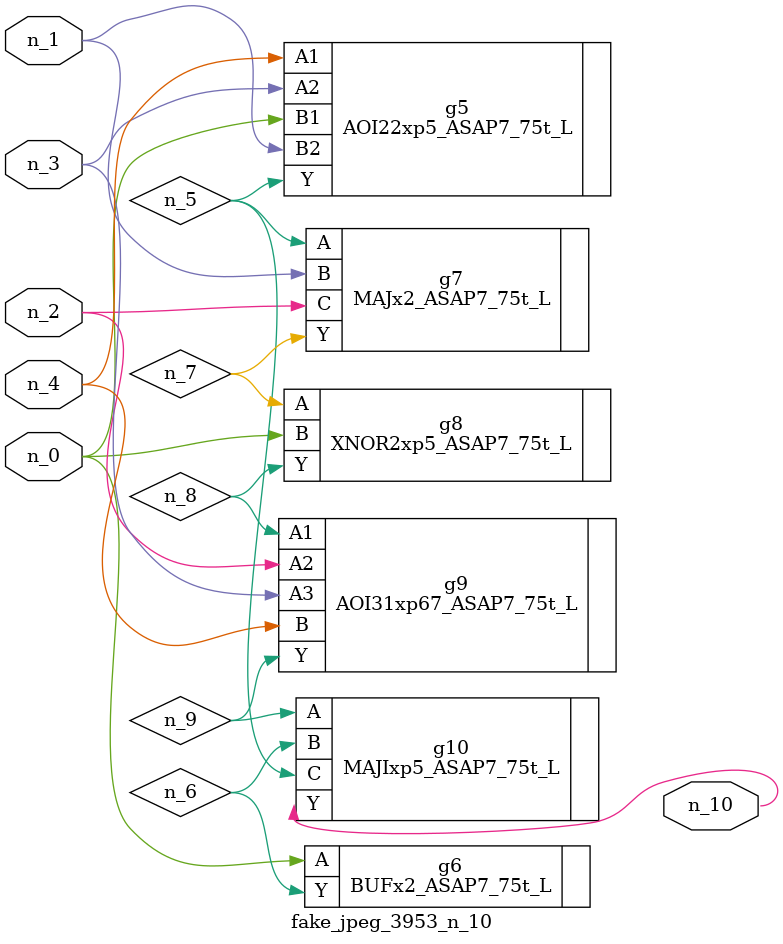
<source format=v>
module fake_jpeg_3953_n_10 (n_3, n_2, n_1, n_0, n_4, n_10);

input n_3;
input n_2;
input n_1;
input n_0;
input n_4;

output n_10;

wire n_8;
wire n_9;
wire n_6;
wire n_5;
wire n_7;

AOI22xp5_ASAP7_75t_L g5 ( 
.A1(n_4),
.A2(n_3),
.B1(n_0),
.B2(n_1),
.Y(n_5)
);

BUFx2_ASAP7_75t_L g6 ( 
.A(n_0),
.Y(n_6)
);

MAJx2_ASAP7_75t_L g7 ( 
.A(n_5),
.B(n_1),
.C(n_2),
.Y(n_7)
);

XNOR2xp5_ASAP7_75t_L g8 ( 
.A(n_7),
.B(n_0),
.Y(n_8)
);

AOI31xp67_ASAP7_75t_L g9 ( 
.A1(n_8),
.A2(n_2),
.A3(n_3),
.B(n_4),
.Y(n_9)
);

MAJIxp5_ASAP7_75t_L g10 ( 
.A(n_9),
.B(n_6),
.C(n_5),
.Y(n_10)
);


endmodule
</source>
